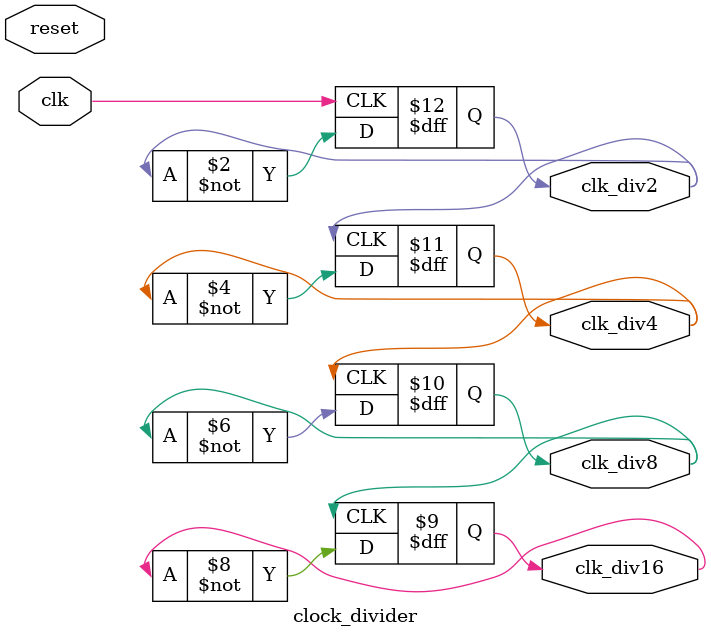
<source format=v>

/*
A clock divider in Verilog, using the cascading
flip-flop method.
*/

module clock_divider(
  input clk,
  input reset,
  output reg clk_div2,
  output reg clk_div4,
  output reg clk_div8,
  output reg clk_div16
);

  // simple ripple clock divider
  
  always @(posedge clk)
    clk_div2 <= ~clk_div2;

  always @(posedge clk_div2)
    clk_div4 <= ~clk_div4;

  always @(posedge clk_div4)
    clk_div8 <= ~clk_div8;

  always @(posedge clk_div8)
    clk_div16 <= ~clk_div16;

endmodule

</source>
